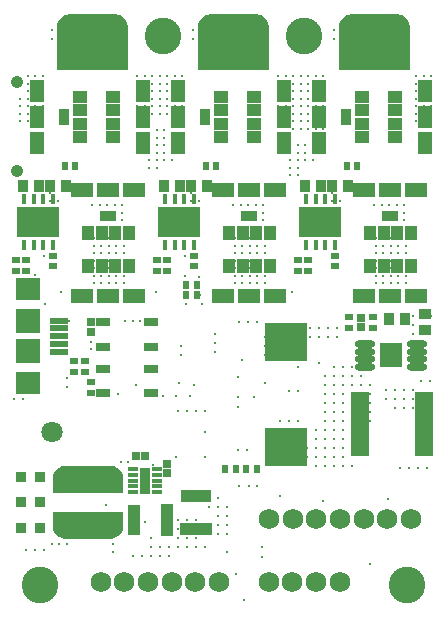
<source format=gts>
G04 Layer_Color=8388736*
%FSAX25Y25*%
%MOIN*%
G70*
G01*
G75*
%ADD45C,0.12205*%
%ADD48C,0.07087*%
%ADD84R,0.02569X0.02647*%
%ADD85R,0.02765X0.02372*%
%ADD86R,0.02647X0.02569*%
%ADD87R,0.03356X0.04143*%
%ADD88R,0.02372X0.02765*%
%ADD89R,0.01781X0.03750*%
%ADD90R,0.13907X0.10246*%
%ADD91R,0.04931X0.07293*%
%ADD92R,0.03356X0.05718*%
%ADD93R,0.04931X0.03947*%
%ADD94R,0.07293X0.04931*%
%ADD95R,0.03947X0.04931*%
%ADD96R,0.05718X0.03356*%
%ADD97R,0.04537X0.03159*%
%ADD98R,0.03356X0.03750*%
%ADD99O,0.06702X0.02372*%
%ADD100R,0.07411X0.07883*%
%ADD101R,0.14379X0.12900*%
%ADD102R,0.04143X0.03356*%
%ADD103R,0.06112X0.21466*%
%ADD104R,0.10836X0.04340*%
%ADD105R,0.10443X0.04340*%
%ADD106R,0.04340X0.10836*%
%ADD107R,0.04340X0.10443*%
%ADD108R,0.03750X0.08789*%
%ADD109R,0.03356X0.01781*%
%ADD110R,0.08100X0.08100*%
%ADD111R,0.08100X0.07700*%
%ADD112R,0.06200X0.02000*%
G04:AMPARAMS|DCode=113|XSize=88.68mil|YSize=234.35mil|CornerRadius=44.34mil|HoleSize=0mil|Usage=FLASHONLY|Rotation=270.000|XOffset=0mil|YOffset=0mil|HoleType=Round|Shape=RoundedRectangle|*
%AMROUNDEDRECTD113*
21,1,0.08868,0.14567,0,0,270.0*
21,1,0.00000,0.23435,0,0,270.0*
1,1,0.08868,-0.07284,0.00000*
1,1,0.08868,-0.07284,0.00000*
1,1,0.08868,0.07284,0.00000*
1,1,0.08868,0.07284,0.00000*
%
%ADD113ROUNDEDRECTD113*%
%ADD114C,0.04143*%
%ADD115C,0.06900*%
%ADD116C,0.01200*%
G36*
X0561680Y0260612D02*
D01*
X0561680D01*
X0562067Y0260612D01*
X0562073Y0260611D01*
X0562079Y0260612D01*
X0562097Y0260610D01*
X0562114Y0260608D01*
X0562120Y0260607D01*
X0562126Y0260606D01*
X0562887Y0260455D01*
X0562892Y0260453D01*
X0562898Y0260452D01*
X0562915Y0260447D01*
X0562932Y0260442D01*
X0562937Y0260439D01*
X0562943Y0260438D01*
X0563659Y0260141D01*
X0563665Y0260138D01*
X0563670Y0260136D01*
X0563686Y0260127D01*
X0563702Y0260119D01*
X0563706Y0260116D01*
X0563712Y0260113D01*
X0564356Y0259682D01*
X0564361Y0259679D01*
X0564366Y0259675D01*
X0564379Y0259664D01*
X0564393Y0259653D01*
X0564397Y0259649D01*
X0564402Y0259645D01*
X0564950Y0259096D01*
X0564954Y0259092D01*
X0564958Y0259088D01*
X0564969Y0259074D01*
X0564981Y0259061D01*
X0564984Y0259055D01*
X0564988Y0259051D01*
X0565418Y0258406D01*
X0565421Y0258401D01*
X0565425Y0258396D01*
X0565433Y0258380D01*
X0565442Y0258365D01*
X0565444Y0258359D01*
X0565446Y0258354D01*
X0565743Y0257638D01*
X0565745Y0257632D01*
X0565747Y0257627D01*
X0565752Y0257610D01*
X0565758Y0257593D01*
X0565759Y0257587D01*
X0565760Y0257581D01*
X0565911Y0256821D01*
X0565912Y0256815D01*
X0565913Y0256809D01*
X0565915Y0256791D01*
X0565917Y0256774D01*
X0565917Y0256768D01*
X0565917Y0256762D01*
Y0256377D01*
X0565917Y0256377D01*
X0565917Y0256376D01*
Y0256375D01*
X0565917Y0256374D01*
X0565917Y0252043D01*
X0565913Y0251996D01*
X0565903Y0251950D01*
X0565884Y0251907D01*
X0565860Y0251866D01*
X0565829Y0251831D01*
X0565793Y0251800D01*
X0565753Y0251775D01*
X0565709Y0251757D01*
X0565663Y0251746D01*
X0565616Y0251742D01*
X0542782D01*
X0542782D01*
D01*
X0542735Y0251746D01*
X0542689Y0251757D01*
X0542671Y0251765D01*
X0542645Y0251775D01*
X0542605Y0251800D01*
X0542569Y0251831D01*
Y0251831D01*
X0542569D01*
X0542538Y0251866D01*
X0542514Y0251907D01*
X0542503Y0251932D01*
X0542496Y0251950D01*
X0542485Y0251996D01*
X0542481Y0252043D01*
Y0252043D01*
D01*
X0542481Y0256374D01*
X0542481Y0256762D01*
X0542482Y0256768D01*
X0542481Y0256773D01*
X0542483Y0256791D01*
X0542485Y0256809D01*
X0542486Y0256814D01*
X0542487Y0256820D01*
X0542638Y0257581D01*
X0542640Y0257587D01*
X0542641Y0257593D01*
X0542646Y0257609D01*
X0542651Y0257626D01*
X0542653Y0257632D01*
X0542655Y0257637D01*
X0542952Y0258354D01*
X0542955Y0258359D01*
X0542957Y0258365D01*
X0542965Y0258380D01*
X0542973Y0258396D01*
X0542977Y0258401D01*
X0542980Y0258406D01*
X0543410Y0259051D01*
X0543414Y0259055D01*
X0543417Y0259060D01*
X0543429Y0259074D01*
X0543440Y0259088D01*
X0543444Y0259092D01*
X0543448Y0259096D01*
X0543996Y0259645D01*
X0544001Y0259648D01*
X0544005Y0259653D01*
X0544019Y0259664D01*
X0544032Y0259675D01*
X0544037Y0259679D01*
X0544042Y0259682D01*
X0544687Y0260113D01*
X0544692Y0260116D01*
X0544697Y0260119D01*
X0544712Y0260127D01*
X0544728Y0260136D01*
X0544733Y0260138D01*
X0544739Y0260141D01*
X0545455Y0260438D01*
X0545461Y0260439D01*
X0545466Y0260442D01*
X0545483Y0260447D01*
X0545500Y0260452D01*
X0545506Y0260453D01*
X0545512Y0260455D01*
X0546272Y0260606D01*
X0546278Y0260607D01*
X0546284Y0260608D01*
X0546302Y0260610D01*
X0546319Y0260612D01*
X0546325Y0260611D01*
X0546331Y0260612D01*
X0546718Y0260612D01*
X0546719Y0260612D01*
X0561680Y0260612D01*
D02*
G37*
G36*
X0565627Y0245257D02*
X0565663Y0245254D01*
X0565709Y0245243D01*
X0565709Y0245243D01*
X0565709D01*
X0565753Y0245225D01*
X0565787Y0245204D01*
X0565793Y0245200D01*
X0565793Y0245200D01*
X0565793Y0245200D01*
X0565817Y0245180D01*
X0565829Y0245169D01*
X0565829Y0245169D01*
X0565829Y0245169D01*
X0565839Y0245157D01*
X0565860Y0245134D01*
X0565860Y0245134D01*
X0565860Y0245134D01*
X0565864Y0245127D01*
X0565884Y0245093D01*
X0565902Y0245050D01*
Y0245050D01*
X0565902Y0245050D01*
X0565913Y0245004D01*
X0565916Y0244968D01*
X0565917Y0244957D01*
X0565918Y0240626D01*
X0565917Y0240626D01*
X0565918Y0240625D01*
X0565917Y0240238D01*
X0565917Y0240232D01*
X0565917Y0240226D01*
X0565915Y0240208D01*
X0565914Y0240191D01*
X0565912Y0240185D01*
X0565912Y0240179D01*
X0565760Y0239418D01*
X0565759Y0239413D01*
X0565758Y0239407D01*
X0565752Y0239390D01*
X0565747Y0239373D01*
X0565745Y0239368D01*
X0565743Y0239362D01*
X0565446Y0238646D01*
X0565444Y0238640D01*
X0565442Y0238635D01*
X0565433Y0238619D01*
X0565425Y0238603D01*
X0565421Y0238599D01*
X0565418Y0238594D01*
X0564988Y0237949D01*
X0564984Y0237944D01*
X0564981Y0237939D01*
X0564969Y0237926D01*
X0564958Y0237912D01*
X0564954Y0237908D01*
X0564950Y0237903D01*
X0564402Y0237355D01*
X0564397Y0237351D01*
X0564393Y0237347D01*
X0564379Y0237336D01*
X0564366Y0237324D01*
X0564361Y0237321D01*
X0564356Y0237317D01*
X0563711Y0236887D01*
X0563706Y0236884D01*
X0563701Y0236880D01*
X0563686Y0236872D01*
X0563670Y0236864D01*
X0563664Y0236861D01*
X0563659Y0236859D01*
X0562943Y0236562D01*
X0562937Y0236560D01*
X0562932Y0236558D01*
X0562915Y0236553D01*
X0562898Y0236547D01*
X0562892Y0236547D01*
X0562886Y0236545D01*
X0562126Y0236394D01*
X0562120Y0236393D01*
X0562114Y0236392D01*
X0562096Y0236390D01*
X0562079Y0236388D01*
X0562073Y0236388D01*
X0562067Y0236388D01*
X0561679D01*
X0546719Y0236388D01*
X0546719Y0236388D01*
X0546331Y0236388D01*
X0546325Y0236388D01*
X0546319Y0236388D01*
X0546302Y0236390D01*
X0546284Y0236392D01*
X0546278Y0236393D01*
X0546273Y0236394D01*
X0545512Y0236545D01*
X0545506Y0236547D01*
X0545500Y0236548D01*
X0545483Y0236553D01*
X0545466Y0236558D01*
X0545461Y0236560D01*
X0545455Y0236562D01*
X0544739Y0236859D01*
X0544734Y0236862D01*
X0544728Y0236864D01*
X0544713Y0236872D01*
X0544697Y0236880D01*
X0544692Y0236884D01*
X0544687Y0236887D01*
X0544042Y0237318D01*
X0544037Y0237321D01*
X0544032Y0237324D01*
X0544019Y0237336D01*
X0544005Y0237347D01*
X0544001Y0237351D01*
X0543996Y0237355D01*
X0543448Y0237903D01*
X0543444Y0237908D01*
X0543440Y0237912D01*
X0543429Y0237926D01*
X0543417Y0237939D01*
X0543414Y0237945D01*
X0543411Y0237949D01*
X0542980Y0238594D01*
X0542977Y0238599D01*
X0542973Y0238604D01*
X0542965Y0238620D01*
X0542957Y0238635D01*
X0542955Y0238641D01*
X0542952Y0238646D01*
X0542655Y0239362D01*
X0542653Y0239368D01*
X0542651Y0239373D01*
X0542646Y0239390D01*
X0542640Y0239407D01*
X0542639Y0239413D01*
X0542638Y0239419D01*
X0542487Y0240179D01*
X0542486Y0240185D01*
X0542485Y0240191D01*
X0542483Y0240209D01*
X0542481Y0240226D01*
X0542481Y0240232D01*
X0542481Y0240238D01*
X0542481Y0240626D01*
D01*
Y0240626D01*
X0542481Y0244957D01*
Y0244957D01*
D01*
X0542484Y0245004D01*
X0542495Y0245050D01*
X0542513Y0245093D01*
X0542528Y0245118D01*
X0542538Y0245134D01*
X0542569Y0245169D01*
X0542569D01*
Y0245169D01*
X0542605Y0245200D01*
X0542620Y0245210D01*
X0542645Y0245225D01*
X0542689Y0245243D01*
X0542734Y0245254D01*
X0542781Y0245258D01*
X0542781D01*
D01*
X0565616D01*
X0565627Y0245257D01*
D02*
G37*
G36*
X0563200Y0411301D02*
X0563593Y0411301D01*
X0563599Y0411300D01*
X0563605Y0411301D01*
X0563622Y0411299D01*
X0563640Y0411297D01*
X0563646Y0411296D01*
X0563652Y0411295D01*
X0564425Y0411141D01*
X0564430Y0411140D01*
X0564436Y0411139D01*
X0564453Y0411133D01*
X0564470Y0411129D01*
X0564475Y0411126D01*
X0564481Y0411124D01*
X0565209Y0410823D01*
X0565214Y0410820D01*
X0565220Y0410818D01*
X0565235Y0410809D01*
X0565251Y0410801D01*
X0565256Y0410798D01*
X0565261Y0410795D01*
X0565916Y0410357D01*
X0565921Y0410354D01*
X0565926Y0410351D01*
X0565939Y0410339D01*
X0565953Y0410328D01*
X0565957Y0410324D01*
X0565962Y0410320D01*
X0566519Y0409763D01*
X0566523Y0409758D01*
X0566527Y0409754D01*
X0566538Y0409740D01*
X0566550Y0409727D01*
X0566553Y0409722D01*
X0566556Y0409717D01*
X0566994Y0409062D01*
X0566997Y0409057D01*
X0567000Y0409052D01*
X0567008Y0409036D01*
X0567017Y0409021D01*
X0567019Y0409015D01*
X0567022Y0409010D01*
X0567323Y0408282D01*
X0567325Y0408276D01*
X0567328Y0408271D01*
X0567333Y0408254D01*
X0567338Y0408237D01*
X0567339Y0408231D01*
X0567341Y0408225D01*
X0567494Y0407453D01*
X0567495Y0407447D01*
X0567496Y0407441D01*
X0567498Y0407423D01*
X0567500Y0407406D01*
X0567500Y0407400D01*
X0567500Y0407394D01*
Y0407000D01*
X0567500Y0393000D01*
X0567496Y0392953D01*
X0567485Y0392907D01*
X0567467Y0392863D01*
X0567443Y0392823D01*
X0567412Y0392787D01*
X0567376Y0392757D01*
X0567336Y0392732D01*
X0567292Y0392714D01*
X0567246Y0392703D01*
X0567199Y0392699D01*
X0544199D01*
X0544152Y0392703D01*
X0544106Y0392714D01*
X0544063Y0392732D01*
X0544022Y0392757D01*
X0543986Y0392787D01*
X0543956Y0392823D01*
X0543931Y0392863D01*
X0543913Y0392907D01*
X0543902Y0392953D01*
X0543898Y0393000D01*
X0543898Y0407000D01*
X0543898Y0407394D01*
X0543899Y0407400D01*
X0543898Y0407406D01*
X0543900Y0407423D01*
X0543902Y0407441D01*
X0543903Y0407447D01*
X0543904Y0407453D01*
X0544058Y0408225D01*
X0544059Y0408231D01*
X0544060Y0408237D01*
X0544066Y0408254D01*
X0544070Y0408271D01*
X0544073Y0408276D01*
X0544075Y0408282D01*
X0544376Y0409010D01*
X0544379Y0409015D01*
X0544381Y0409021D01*
X0544390Y0409036D01*
X0544398Y0409052D01*
X0544401Y0409057D01*
X0544404Y0409062D01*
X0544842Y0409717D01*
X0544845Y0409722D01*
X0544849Y0409727D01*
X0544860Y0409740D01*
X0544871Y0409754D01*
X0544875Y0409758D01*
X0544879Y0409763D01*
X0545436Y0410320D01*
X0545441Y0410324D01*
X0545445Y0410328D01*
X0545459Y0410339D01*
X0545472Y0410351D01*
X0545477Y0410354D01*
X0545482Y0410357D01*
X0546137Y0410795D01*
X0546142Y0410798D01*
X0546147Y0410801D01*
X0546163Y0410809D01*
X0546178Y0410818D01*
X0546184Y0410820D01*
X0546189Y0410823D01*
X0546917Y0411124D01*
X0546923Y0411126D01*
X0546928Y0411129D01*
X0546945Y0411133D01*
X0546962Y0411139D01*
X0546968Y0411140D01*
X0546974Y0411141D01*
X0547746Y0411295D01*
X0547752Y0411296D01*
X0547758Y0411297D01*
X0547776Y0411299D01*
X0547793Y0411301D01*
X0547799Y0411301D01*
X0547805Y0411301D01*
X0548199Y0411301D01*
X0563199Y0411301D01*
X0563200Y0411301D01*
D02*
G37*
G36*
X0657200D02*
X0657593Y0411301D01*
X0657599Y0411300D01*
X0657605Y0411301D01*
X0657622Y0411299D01*
X0657640Y0411297D01*
X0657646Y0411296D01*
X0657652Y0411295D01*
X0658425Y0411141D01*
X0658430Y0411140D01*
X0658436Y0411139D01*
X0658453Y0411133D01*
X0658470Y0411129D01*
X0658475Y0411126D01*
X0658481Y0411124D01*
X0659209Y0410823D01*
X0659214Y0410820D01*
X0659220Y0410818D01*
X0659235Y0410809D01*
X0659251Y0410801D01*
X0659256Y0410798D01*
X0659261Y0410795D01*
X0659916Y0410357D01*
X0659921Y0410354D01*
X0659926Y0410351D01*
X0659939Y0410339D01*
X0659953Y0410328D01*
X0659957Y0410324D01*
X0659962Y0410320D01*
X0660519Y0409763D01*
X0660523Y0409758D01*
X0660527Y0409754D01*
X0660538Y0409740D01*
X0660550Y0409727D01*
X0660553Y0409722D01*
X0660556Y0409717D01*
X0660994Y0409062D01*
X0660997Y0409057D01*
X0661000Y0409052D01*
X0661009Y0409036D01*
X0661017Y0409021D01*
X0661019Y0409015D01*
X0661022Y0409010D01*
X0661323Y0408282D01*
X0661325Y0408276D01*
X0661328Y0408271D01*
X0661333Y0408254D01*
X0661338Y0408237D01*
X0661339Y0408231D01*
X0661341Y0408225D01*
X0661494Y0407453D01*
X0661495Y0407447D01*
X0661496Y0407441D01*
X0661498Y0407423D01*
X0661500Y0407406D01*
X0661500Y0407400D01*
X0661500Y0407394D01*
Y0407000D01*
X0661500Y0393000D01*
X0661496Y0392953D01*
X0661485Y0392907D01*
X0661467Y0392863D01*
X0661443Y0392823D01*
X0661412Y0392787D01*
X0661376Y0392757D01*
X0661336Y0392732D01*
X0661292Y0392714D01*
X0661246Y0392703D01*
X0661199Y0392699D01*
X0638199D01*
X0638152Y0392703D01*
X0638106Y0392714D01*
X0638062Y0392732D01*
X0638022Y0392757D01*
X0637986Y0392787D01*
X0637956Y0392823D01*
X0637931Y0392863D01*
X0637913Y0392907D01*
X0637902Y0392953D01*
X0637898Y0393000D01*
X0637898Y0407000D01*
X0637898Y0407394D01*
X0637899Y0407400D01*
X0637898Y0407406D01*
X0637900Y0407423D01*
X0637902Y0407441D01*
X0637903Y0407447D01*
X0637904Y0407453D01*
X0638058Y0408225D01*
X0638059Y0408231D01*
X0638060Y0408237D01*
X0638066Y0408254D01*
X0638070Y0408271D01*
X0638073Y0408276D01*
X0638075Y0408282D01*
X0638376Y0409010D01*
X0638379Y0409015D01*
X0638381Y0409021D01*
X0638390Y0409036D01*
X0638398Y0409052D01*
X0638401Y0409057D01*
X0638404Y0409062D01*
X0638842Y0409717D01*
X0638845Y0409722D01*
X0638849Y0409727D01*
X0638860Y0409740D01*
X0638871Y0409754D01*
X0638875Y0409758D01*
X0638879Y0409763D01*
X0639436Y0410320D01*
X0639441Y0410324D01*
X0639445Y0410328D01*
X0639459Y0410339D01*
X0639472Y0410351D01*
X0639477Y0410354D01*
X0639482Y0410357D01*
X0640137Y0410795D01*
X0640142Y0410798D01*
X0640147Y0410801D01*
X0640163Y0410809D01*
X0640178Y0410818D01*
X0640184Y0410820D01*
X0640189Y0410823D01*
X0640917Y0411124D01*
X0640923Y0411126D01*
X0640928Y0411129D01*
X0640945Y0411133D01*
X0640962Y0411139D01*
X0640968Y0411140D01*
X0640974Y0411141D01*
X0641746Y0411295D01*
X0641752Y0411296D01*
X0641758Y0411297D01*
X0641776Y0411299D01*
X0641793Y0411301D01*
X0641799Y0411301D01*
X0641805Y0411301D01*
X0642199Y0411301D01*
X0657199Y0411301D01*
X0657200Y0411301D01*
D02*
G37*
G36*
X0610200D02*
X0610593Y0411301D01*
X0610599Y0411300D01*
X0610605Y0411301D01*
X0610622Y0411299D01*
X0610640Y0411297D01*
X0610646Y0411296D01*
X0610652Y0411295D01*
X0611425Y0411141D01*
X0611430Y0411140D01*
X0611436Y0411139D01*
X0611453Y0411133D01*
X0611470Y0411129D01*
X0611476Y0411126D01*
X0611481Y0411124D01*
X0612209Y0410823D01*
X0612214Y0410820D01*
X0612220Y0410818D01*
X0612235Y0410809D01*
X0612251Y0410801D01*
X0612256Y0410798D01*
X0612261Y0410795D01*
X0612916Y0410357D01*
X0612921Y0410354D01*
X0612926Y0410351D01*
X0612939Y0410339D01*
X0612953Y0410328D01*
X0612957Y0410324D01*
X0612962Y0410320D01*
X0613519Y0409763D01*
X0613523Y0409758D01*
X0613527Y0409754D01*
X0613538Y0409740D01*
X0613550Y0409727D01*
X0613553Y0409722D01*
X0613556Y0409717D01*
X0613994Y0409062D01*
X0613997Y0409057D01*
X0614000Y0409052D01*
X0614009Y0409036D01*
X0614017Y0409021D01*
X0614019Y0409015D01*
X0614022Y0409010D01*
X0614323Y0408282D01*
X0614325Y0408276D01*
X0614328Y0408271D01*
X0614332Y0408254D01*
X0614338Y0408237D01*
X0614339Y0408231D01*
X0614340Y0408225D01*
X0614494Y0407453D01*
X0614495Y0407447D01*
X0614496Y0407441D01*
X0614498Y0407423D01*
X0614500Y0407406D01*
X0614500Y0407400D01*
X0614500Y0407394D01*
Y0407000D01*
X0614500Y0393000D01*
X0614496Y0392953D01*
X0614485Y0392907D01*
X0614467Y0392863D01*
X0614443Y0392823D01*
X0614412Y0392787D01*
X0614376Y0392757D01*
X0614336Y0392732D01*
X0614292Y0392714D01*
X0614246Y0392703D01*
X0614199Y0392699D01*
X0591199D01*
X0591152Y0392703D01*
X0591106Y0392714D01*
X0591062Y0392732D01*
X0591022Y0392757D01*
X0590986Y0392787D01*
X0590956Y0392823D01*
X0590931Y0392863D01*
X0590913Y0392907D01*
X0590902Y0392953D01*
X0590898Y0393000D01*
X0590898Y0407000D01*
X0590898Y0407394D01*
X0590899Y0407400D01*
X0590898Y0407406D01*
X0590901Y0407423D01*
X0590902Y0407441D01*
X0590903Y0407447D01*
X0590904Y0407453D01*
X0591058Y0408225D01*
X0591059Y0408231D01*
X0591060Y0408237D01*
X0591066Y0408254D01*
X0591071Y0408271D01*
X0591073Y0408276D01*
X0591075Y0408282D01*
X0591376Y0409010D01*
X0591379Y0409015D01*
X0591381Y0409021D01*
X0591390Y0409036D01*
X0591398Y0409052D01*
X0591401Y0409057D01*
X0591404Y0409062D01*
X0591842Y0409717D01*
X0591846Y0409722D01*
X0591849Y0409727D01*
X0591860Y0409740D01*
X0591871Y0409754D01*
X0591876Y0409758D01*
X0591879Y0409763D01*
X0592436Y0410320D01*
X0592441Y0410324D01*
X0592445Y0410328D01*
X0592459Y0410339D01*
X0592472Y0410351D01*
X0592477Y0410354D01*
X0592482Y0410357D01*
X0593137Y0410795D01*
X0593142Y0410798D01*
X0593147Y0410801D01*
X0593163Y0410809D01*
X0593178Y0410818D01*
X0593184Y0410820D01*
X0593189Y0410823D01*
X0593917Y0411124D01*
X0593923Y0411126D01*
X0593928Y0411129D01*
X0593945Y0411133D01*
X0593962Y0411139D01*
X0593968Y0411140D01*
X0593974Y0411141D01*
X0594746Y0411295D01*
X0594752Y0411296D01*
X0594758Y0411297D01*
X0594776Y0411299D01*
X0594793Y0411301D01*
X0594799Y0411301D01*
X0594805Y0411301D01*
X0595199Y0411301D01*
X0610199Y0411301D01*
X0610200Y0411301D01*
D02*
G37*
D45*
X0579199Y0404000D02*
D03*
X0626199D02*
D03*
X0660699Y0221000D02*
D03*
X0538199D02*
D03*
D48*
X0542239Y0271970D02*
D03*
D84*
X0573313Y0264000D02*
D03*
X0570085D02*
D03*
D85*
X0649199Y0310272D02*
D03*
Y0306728D02*
D03*
X0641199Y0310272D02*
D03*
Y0306728D02*
D03*
X0636699Y0330772D02*
D03*
Y0327228D02*
D03*
X0589699D02*
D03*
Y0330772D02*
D03*
X0542699D02*
D03*
Y0327228D02*
D03*
X0555199Y0284957D02*
D03*
Y0288500D02*
D03*
X0549699Y0295500D02*
D03*
Y0291957D02*
D03*
X0553199D02*
D03*
Y0295500D02*
D03*
X0533699Y0329272D02*
D03*
Y0325728D02*
D03*
X0580699D02*
D03*
Y0329272D02*
D03*
X0627699D02*
D03*
Y0325728D02*
D03*
X0530199Y0329272D02*
D03*
Y0325728D02*
D03*
X0577199D02*
D03*
Y0329272D02*
D03*
X0624199D02*
D03*
Y0325728D02*
D03*
D86*
X0645199Y0306886D02*
D03*
Y0310114D02*
D03*
X0580699Y0261415D02*
D03*
Y0258187D02*
D03*
X0555199Y0305386D02*
D03*
Y0308614D02*
D03*
D87*
X0654443Y0309500D02*
D03*
X0659955D02*
D03*
X0626443Y0354000D02*
D03*
X0631955D02*
D03*
X0579443D02*
D03*
X0584955D02*
D03*
X0532443D02*
D03*
X0537955D02*
D03*
X0546955D02*
D03*
X0541443D02*
D03*
X0593955D02*
D03*
X0588443D02*
D03*
X0640955D02*
D03*
X0635443D02*
D03*
D88*
X0643971Y0360500D02*
D03*
X0640427D02*
D03*
X0593428D02*
D03*
X0596971D02*
D03*
X0549971D02*
D03*
X0546427D02*
D03*
X0610471Y0259500D02*
D03*
X0606927D02*
D03*
X0603471D02*
D03*
X0599928D02*
D03*
X0586928Y0321000D02*
D03*
X0590471D02*
D03*
X0586928Y0317500D02*
D03*
X0590471D02*
D03*
D89*
X0589424Y0349776D02*
D03*
X0586274D02*
D03*
X0583124D02*
D03*
X0579975D02*
D03*
X0589424Y0334224D02*
D03*
X0586274D02*
D03*
X0583124D02*
D03*
X0579975D02*
D03*
X0532975D02*
D03*
X0536124D02*
D03*
X0539274D02*
D03*
X0542423D02*
D03*
X0532975Y0349776D02*
D03*
X0536124D02*
D03*
X0539274D02*
D03*
X0542423D02*
D03*
X0626975Y0334224D02*
D03*
X0630124D02*
D03*
X0633274D02*
D03*
X0636423D02*
D03*
X0626975Y0349776D02*
D03*
X0630124D02*
D03*
X0633274D02*
D03*
X0636423D02*
D03*
D90*
X0584699Y0342000D02*
D03*
X0537699D02*
D03*
X0631699D02*
D03*
D91*
X0631284Y0385661D02*
D03*
Y0377000D02*
D03*
Y0368339D02*
D03*
X0666716D02*
D03*
Y0377000D02*
D03*
Y0385661D02*
D03*
X0537284D02*
D03*
Y0377000D02*
D03*
Y0368339D02*
D03*
X0572717D02*
D03*
Y0377000D02*
D03*
Y0385661D02*
D03*
X0619717D02*
D03*
Y0377000D02*
D03*
Y0368339D02*
D03*
X0584283D02*
D03*
Y0377000D02*
D03*
Y0385661D02*
D03*
D92*
X0640142Y0377000D02*
D03*
X0546142D02*
D03*
X0593142D02*
D03*
D93*
X0645653Y0370209D02*
D03*
Y0374736D02*
D03*
Y0379264D02*
D03*
Y0383791D02*
D03*
X0656677D02*
D03*
Y0379264D02*
D03*
Y0374736D02*
D03*
Y0370209D02*
D03*
X0551653D02*
D03*
Y0374736D02*
D03*
Y0379264D02*
D03*
Y0383791D02*
D03*
X0562677D02*
D03*
Y0379264D02*
D03*
Y0374736D02*
D03*
Y0370209D02*
D03*
X0609677D02*
D03*
Y0374736D02*
D03*
Y0379264D02*
D03*
Y0383791D02*
D03*
X0598654D02*
D03*
Y0379264D02*
D03*
Y0374736D02*
D03*
Y0370209D02*
D03*
D94*
X0569661Y0317284D02*
D03*
X0561000D02*
D03*
X0552339D02*
D03*
Y0352716D02*
D03*
X0561000D02*
D03*
X0569661D02*
D03*
X0616661D02*
D03*
X0608000D02*
D03*
X0599339D02*
D03*
Y0317284D02*
D03*
X0608000D02*
D03*
X0616661D02*
D03*
X0663661D02*
D03*
X0655000D02*
D03*
X0646339D02*
D03*
Y0352716D02*
D03*
X0655000D02*
D03*
X0663661D02*
D03*
D95*
X0554209Y0327323D02*
D03*
X0558736D02*
D03*
X0563264D02*
D03*
X0567791D02*
D03*
Y0338347D02*
D03*
X0563264D02*
D03*
X0558736D02*
D03*
X0554209D02*
D03*
X0601209D02*
D03*
X0605736D02*
D03*
X0610264D02*
D03*
X0614791D02*
D03*
Y0327323D02*
D03*
X0610264D02*
D03*
X0605736D02*
D03*
X0601209D02*
D03*
X0648209D02*
D03*
X0652736D02*
D03*
X0657264D02*
D03*
X0661791D02*
D03*
Y0338347D02*
D03*
X0657264D02*
D03*
X0652736D02*
D03*
X0648209D02*
D03*
D96*
X0561000Y0343858D02*
D03*
X0608000D02*
D03*
X0655000D02*
D03*
D97*
X0575270Y0300366D02*
D03*
Y0308634D02*
D03*
X0559128Y0300366D02*
D03*
Y0308634D02*
D03*
X0575270Y0284866D02*
D03*
Y0293134D02*
D03*
X0559128Y0284866D02*
D03*
Y0293134D02*
D03*
D98*
X0532050Y0240000D02*
D03*
X0538349D02*
D03*
X0532050Y0257000D02*
D03*
X0538349D02*
D03*
X0532050Y0248500D02*
D03*
X0538349D02*
D03*
D99*
X0663762Y0293661D02*
D03*
Y0296220D02*
D03*
Y0298780D02*
D03*
Y0301339D02*
D03*
X0646636Y0293661D02*
D03*
Y0296220D02*
D03*
Y0298780D02*
D03*
Y0301339D02*
D03*
D100*
X0655199Y0297500D02*
D03*
D101*
X0620349Y0266900D02*
D03*
Y0302100D02*
D03*
D102*
X0666699Y0305894D02*
D03*
Y0311405D02*
D03*
D103*
X0666280Y0274500D02*
D03*
X0645020D02*
D03*
D104*
X0590199Y0239500D02*
D03*
D105*
Y0250524D02*
D03*
D106*
X0580711Y0242801D02*
D03*
D107*
X0569687D02*
D03*
D108*
X0573199Y0255801D02*
D03*
D109*
X0577097Y0251864D02*
D03*
X0569302D02*
D03*
Y0253832D02*
D03*
Y0255801D02*
D03*
Y0257769D02*
D03*
Y0259738D02*
D03*
X0577097D02*
D03*
Y0257769D02*
D03*
Y0255801D02*
D03*
Y0253832D02*
D03*
D110*
X0534199Y0299000D02*
D03*
Y0309000D02*
D03*
D111*
Y0288200D02*
D03*
Y0319748D02*
D03*
D112*
X0544699Y0301400D02*
D03*
Y0304000D02*
D03*
Y0306559D02*
D03*
Y0298800D02*
D03*
Y0309118D02*
D03*
D113*
X0554199Y0256177D02*
D03*
Y0240823D02*
D03*
D114*
X0530499Y0359000D02*
D03*
Y0388528D02*
D03*
D115*
X0661821Y0243000D02*
D03*
X0646125D02*
D03*
X0638225D02*
D03*
X0630325D02*
D03*
X0622451D02*
D03*
X0614577D02*
D03*
X0653947D02*
D03*
X0597936Y0222000D02*
D03*
X0590062D02*
D03*
X0582162D02*
D03*
X0574262D02*
D03*
X0566388D02*
D03*
X0558514D02*
D03*
X0638099D02*
D03*
X0630199D02*
D03*
X0622325D02*
D03*
X0614451D02*
D03*
D116*
X0554199Y0403000D02*
D03*
Y0406000D02*
D03*
X0601199Y0403000D02*
D03*
Y0406000D02*
D03*
X0648199Y0403000D02*
D03*
Y0406000D02*
D03*
X0636199D02*
D03*
Y0403000D02*
D03*
X0589199Y0406000D02*
D03*
Y0403000D02*
D03*
X0542199D02*
D03*
Y0406000D02*
D03*
X0590199Y0279000D02*
D03*
X0587199D02*
D03*
X0584199D02*
D03*
X0584592Y0288200D02*
D03*
X0583699Y0284000D02*
D03*
X0579199D02*
D03*
X0589699Y0287500D02*
D03*
X0592199Y0314500D02*
D03*
X0588199Y0284000D02*
D03*
X0570165Y0287534D02*
D03*
X0571699Y0309000D02*
D03*
X0569199D02*
D03*
X0566699D02*
D03*
X0555199Y0288500D02*
D03*
Y0299500D02*
D03*
Y0302000D02*
D03*
Y0304500D02*
D03*
X0586813Y0314500D02*
D03*
X0539813D02*
D03*
X0612199Y0233614D02*
D03*
Y0230386D02*
D03*
X0557664Y0292500D02*
D03*
X0575699Y0300614D02*
D03*
X0604199Y0283689D02*
D03*
Y0280461D02*
D03*
X0607313Y0266000D02*
D03*
X0604085D02*
D03*
X0607813Y0254000D02*
D03*
X0604585D02*
D03*
X0593199Y0279000D02*
D03*
X0665199Y0288900D02*
D03*
X0648199Y0228000D02*
D03*
X0542199Y0234500D02*
D03*
X0544699D02*
D03*
X0547199D02*
D03*
X0632699Y0249000D02*
D03*
X0618199Y0250500D02*
D03*
X0539699Y0232500D02*
D03*
X0536699D02*
D03*
X0533699D02*
D03*
X0654199Y0249500D02*
D03*
X0606199Y0216000D02*
D03*
X0597699Y0238000D02*
D03*
X0600699Y0241000D02*
D03*
X0597699D02*
D03*
X0600699Y0244000D02*
D03*
X0597699D02*
D03*
X0610699Y0259500D02*
D03*
X0667199Y0260000D02*
D03*
X0664199D02*
D03*
X0661199D02*
D03*
X0658199D02*
D03*
X0648199Y0275500D02*
D03*
Y0278500D02*
D03*
Y0281500D02*
D03*
Y0284500D02*
D03*
Y0287500D02*
D03*
X0645199Y0278500D02*
D03*
Y0275500D02*
D03*
Y0281500D02*
D03*
X0630199Y0260500D02*
D03*
Y0263500D02*
D03*
Y0266500D02*
D03*
Y0269500D02*
D03*
Y0272500D02*
D03*
X0642199Y0275500D02*
D03*
X0667199Y0280000D02*
D03*
X0656699D02*
D03*
X0659699D02*
D03*
X0662699D02*
D03*
Y0283000D02*
D03*
Y0286000D02*
D03*
X0659699D02*
D03*
Y0283000D02*
D03*
X0656699Y0286000D02*
D03*
Y0283000D02*
D03*
X0653699D02*
D03*
Y0286000D02*
D03*
X0668364Y0288840D02*
D03*
X0597699Y0250000D02*
D03*
X0594699D02*
D03*
X0597699Y0247000D02*
D03*
X0600699D02*
D03*
X0593199Y0233500D02*
D03*
X0537199Y0248500D02*
D03*
X0576066Y0260866D02*
D03*
X0583699Y0263500D02*
D03*
X0591699Y0317500D02*
D03*
X0586699Y0324000D02*
D03*
X0547199Y0290000D02*
D03*
Y0287000D02*
D03*
X0564199Y0284500D02*
D03*
X0530699Y0329500D02*
D03*
X0531199Y0248228D02*
D03*
Y0256728D02*
D03*
Y0239728D02*
D03*
X0532699Y0283000D02*
D03*
X0529699D02*
D03*
X0607699Y0308500D02*
D03*
X0604699D02*
D03*
X0622199Y0306500D02*
D03*
X0545199Y0318500D02*
D03*
X0545286Y0308913D02*
D03*
X0547786Y0308913D02*
D03*
X0534199Y0307000D02*
D03*
X0576928Y0318728D02*
D03*
X0536699Y0324300D02*
D03*
X0642199Y0281500D02*
D03*
Y0287500D02*
D03*
Y0284500D02*
D03*
X0593199Y0263500D02*
D03*
X0622199Y0318500D02*
D03*
X0650199Y0334000D02*
D03*
X0655199Y0331500D02*
D03*
Y0329000D02*
D03*
X0650199Y0326500D02*
D03*
X0657699D02*
D03*
Y0329000D02*
D03*
X0655199Y0326500D02*
D03*
Y0324000D02*
D03*
X0657699D02*
D03*
X0660199D02*
D03*
Y0326500D02*
D03*
Y0329000D02*
D03*
Y0321500D02*
D03*
X0657699D02*
D03*
X0655199D02*
D03*
X0652699D02*
D03*
Y0324000D02*
D03*
Y0326500D02*
D03*
Y0329000D02*
D03*
X0650199Y0324000D02*
D03*
Y0321500D02*
D03*
Y0329000D02*
D03*
Y0331500D02*
D03*
X0652699D02*
D03*
X0657699D02*
D03*
X0660199D02*
D03*
Y0334000D02*
D03*
X0657699D02*
D03*
X0655199D02*
D03*
X0652699D02*
D03*
X0660199Y0336500D02*
D03*
X0657699D02*
D03*
X0655199D02*
D03*
X0652699D02*
D03*
X0650199D02*
D03*
X0603199D02*
D03*
X0605699D02*
D03*
X0608199D02*
D03*
X0610699D02*
D03*
X0613199D02*
D03*
X0605699Y0334000D02*
D03*
X0608199D02*
D03*
X0610699D02*
D03*
X0613199D02*
D03*
Y0331500D02*
D03*
X0610699D02*
D03*
X0605699D02*
D03*
X0603199D02*
D03*
Y0329000D02*
D03*
Y0321500D02*
D03*
Y0324000D02*
D03*
X0605699Y0329000D02*
D03*
Y0326500D02*
D03*
Y0324000D02*
D03*
Y0321500D02*
D03*
X0608199D02*
D03*
X0610699D02*
D03*
X0613199D02*
D03*
Y0329000D02*
D03*
Y0326500D02*
D03*
Y0324000D02*
D03*
X0610699D02*
D03*
X0608199D02*
D03*
Y0326500D02*
D03*
X0610699Y0329000D02*
D03*
Y0326500D02*
D03*
X0603199D02*
D03*
X0608199Y0329000D02*
D03*
Y0331500D02*
D03*
X0603199Y0334000D02*
D03*
X0556199Y0336500D02*
D03*
X0558699D02*
D03*
X0561199D02*
D03*
X0563699D02*
D03*
X0566199D02*
D03*
X0558699Y0334000D02*
D03*
X0561199D02*
D03*
X0563699D02*
D03*
X0566199D02*
D03*
Y0331500D02*
D03*
X0563699D02*
D03*
X0558699D02*
D03*
X0556199D02*
D03*
Y0329000D02*
D03*
Y0321500D02*
D03*
Y0324000D02*
D03*
X0558699Y0329000D02*
D03*
Y0326500D02*
D03*
Y0324000D02*
D03*
Y0321500D02*
D03*
X0561199D02*
D03*
X0563699D02*
D03*
X0566199D02*
D03*
Y0329000D02*
D03*
Y0326500D02*
D03*
Y0324000D02*
D03*
X0563699D02*
D03*
X0561199D02*
D03*
Y0326500D02*
D03*
X0563699Y0329000D02*
D03*
Y0326500D02*
D03*
X0556199D02*
D03*
X0561199Y0329000D02*
D03*
Y0331500D02*
D03*
X0556199Y0334000D02*
D03*
X0668699Y0390500D02*
D03*
Y0388000D02*
D03*
X0666199Y0390500D02*
D03*
Y0388000D02*
D03*
X0668699Y0385500D02*
D03*
X0663699Y0388000D02*
D03*
X0666199Y0385500D02*
D03*
X0663699Y0390500D02*
D03*
Y0385500D02*
D03*
X0632699Y0390500D02*
D03*
Y0388000D02*
D03*
X0663699Y0383000D02*
D03*
X0632699Y0385500D02*
D03*
X0668699Y0383000D02*
D03*
Y0380500D02*
D03*
X0666199Y0383000D02*
D03*
Y0380500D02*
D03*
X0668699Y0378000D02*
D03*
Y0375500D02*
D03*
X0666199Y0378000D02*
D03*
Y0375500D02*
D03*
X0663699Y0380500D02*
D03*
X0632699Y0383000D02*
D03*
Y0380500D02*
D03*
X0663699Y0378000D02*
D03*
Y0375500D02*
D03*
X0632699Y0378000D02*
D03*
X0630199Y0390500D02*
D03*
Y0388000D02*
D03*
X0627699Y0390500D02*
D03*
Y0388000D02*
D03*
X0630199Y0385500D02*
D03*
Y0383000D02*
D03*
X0627699Y0385500D02*
D03*
Y0383000D02*
D03*
X0625199Y0390500D02*
D03*
Y0388000D02*
D03*
X0620199Y0390500D02*
D03*
X0622699D02*
D03*
Y0388000D02*
D03*
X0625199Y0385500D02*
D03*
X0620199D02*
D03*
X0622699D02*
D03*
X0627699Y0380500D02*
D03*
X0630199D02*
D03*
X0625199Y0383000D02*
D03*
Y0380500D02*
D03*
X0627699Y0378000D02*
D03*
X0630199D02*
D03*
X0625199D02*
D03*
Y0375500D02*
D03*
X0622699Y0383000D02*
D03*
Y0380500D02*
D03*
X0620199Y0383000D02*
D03*
Y0380500D02*
D03*
X0622699Y0378000D02*
D03*
Y0375500D02*
D03*
X0620199Y0378000D02*
D03*
X0668699Y0310500D02*
D03*
X0665699D02*
D03*
Y0301500D02*
D03*
X0632699Y0375500D02*
D03*
X0630199D02*
D03*
Y0373000D02*
D03*
X0632699D02*
D03*
X0627699Y0375500D02*
D03*
Y0373000D02*
D03*
X0620199Y0375500D02*
D03*
X0625199Y0373000D02*
D03*
X0622699D02*
D03*
X0662699Y0310500D02*
D03*
Y0307500D02*
D03*
Y0304500D02*
D03*
Y0301500D02*
D03*
X0617699Y0390500D02*
D03*
X0620199Y0388000D02*
D03*
X0585699Y0390500D02*
D03*
X0617699Y0388000D02*
D03*
X0585699D02*
D03*
Y0385500D02*
D03*
X0580699Y0390500D02*
D03*
X0583199D02*
D03*
X0575699D02*
D03*
X0578199D02*
D03*
X0580699Y0388000D02*
D03*
X0583199D02*
D03*
X0575699D02*
D03*
X0578199D02*
D03*
X0617699Y0385500D02*
D03*
Y0383000D02*
D03*
X0580699Y0385500D02*
D03*
X0583199D02*
D03*
X0585699Y0383000D02*
D03*
X0617699Y0380500D02*
D03*
X0583199Y0383000D02*
D03*
Y0380500D02*
D03*
X0578199Y0383000D02*
D03*
X0580699D02*
D03*
X0575699Y0385500D02*
D03*
X0578199D02*
D03*
X0575699Y0380500D02*
D03*
X0578199D02*
D03*
X0575699Y0383000D02*
D03*
X0570699Y0390500D02*
D03*
X0573199D02*
D03*
X0536699D02*
D03*
X0539199D02*
D03*
X0573199Y0388000D02*
D03*
X0539199D02*
D03*
X0570699D02*
D03*
X0534199Y0390500D02*
D03*
X0536699Y0388000D02*
D03*
X0534199D02*
D03*
X0570699Y0385500D02*
D03*
X0573199D02*
D03*
X0539199D02*
D03*
X0570699Y0383000D02*
D03*
X0573199D02*
D03*
X0570699Y0380500D02*
D03*
X0539199Y0383000D02*
D03*
Y0380500D02*
D03*
X0536699Y0385500D02*
D03*
Y0383000D02*
D03*
X0534199Y0385500D02*
D03*
X0531699Y0383000D02*
D03*
X0534199D02*
D03*
X0531699Y0380500D02*
D03*
X0617699Y0375500D02*
D03*
Y0378000D02*
D03*
X0585699Y0380500D02*
D03*
Y0378000D02*
D03*
X0580699D02*
D03*
X0583199D02*
D03*
X0573199Y0380500D02*
D03*
X0580699D02*
D03*
X0573199Y0378000D02*
D03*
X0570699D02*
D03*
X0534199Y0380500D02*
D03*
X0536699D02*
D03*
X0531699Y0378000D02*
D03*
X0534199D02*
D03*
X0575699D02*
D03*
X0578199D02*
D03*
X0570699Y0375500D02*
D03*
X0573199D02*
D03*
X0539199Y0378000D02*
D03*
Y0375500D02*
D03*
X0536699Y0378000D02*
D03*
Y0375500D02*
D03*
X0534199D02*
D03*
X0531699D02*
D03*
X0605428Y0296000D02*
D03*
X0639199Y0272500D02*
D03*
X0636199D02*
D03*
X0639199Y0269500D02*
D03*
Y0266500D02*
D03*
Y0260500D02*
D03*
Y0263500D02*
D03*
X0636199Y0266500D02*
D03*
Y0269500D02*
D03*
Y0260500D02*
D03*
Y0263642D02*
D03*
X0633199Y0272500D02*
D03*
Y0269500D02*
D03*
Y0266500D02*
D03*
Y0260500D02*
D03*
Y0263500D02*
D03*
X0659699Y0347500D02*
D03*
X0657199D02*
D03*
X0652199D02*
D03*
X0654699D02*
D03*
X0659699Y0342500D02*
D03*
X0649699Y0347500D02*
D03*
X0659699Y0345000D02*
D03*
X0634199D02*
D03*
Y0342500D02*
D03*
X0645199Y0293500D02*
D03*
X0642199D02*
D03*
X0636199D02*
D03*
X0639199D02*
D03*
X0626699Y0365000D02*
D03*
Y0367500D02*
D03*
X0624199D02*
D03*
Y0365000D02*
D03*
X0612699Y0347500D02*
D03*
X0631699Y0345000D02*
D03*
X0607699Y0347500D02*
D03*
X0610199D02*
D03*
X0605199D02*
D03*
X0602699D02*
D03*
X0631699Y0342500D02*
D03*
X0629199Y0345000D02*
D03*
X0612699Y0342500D02*
D03*
X0629199D02*
D03*
X0612699Y0345000D02*
D03*
X0642199Y0290500D02*
D03*
X0645199D02*
D03*
X0639199Y0287500D02*
D03*
Y0290500D02*
D03*
Y0284500D02*
D03*
X0636199Y0290500D02*
D03*
Y0287500D02*
D03*
X0633199Y0290500D02*
D03*
Y0287500D02*
D03*
X0645199Y0284500D02*
D03*
X0633199D02*
D03*
X0639199Y0281500D02*
D03*
X0636199Y0284500D02*
D03*
X0639199Y0278500D02*
D03*
X0633199Y0281500D02*
D03*
X0636199D02*
D03*
Y0278500D02*
D03*
Y0275500D02*
D03*
X0645199Y0287500D02*
D03*
X0633199Y0278500D02*
D03*
X0639199Y0275500D02*
D03*
X0642199Y0278500D02*
D03*
X0633199Y0275500D02*
D03*
X0579699Y0365000D02*
D03*
Y0367500D02*
D03*
Y0372500D02*
D03*
Y0370000D02*
D03*
X0587199Y0345000D02*
D03*
X0584699D02*
D03*
Y0342500D02*
D03*
X0582199Y0345000D02*
D03*
X0577199Y0370000D02*
D03*
Y0372500D02*
D03*
Y0367500D02*
D03*
Y0365000D02*
D03*
X0587199Y0342500D02*
D03*
X0582199D02*
D03*
X0565699D02*
D03*
X0560699Y0347500D02*
D03*
X0563199D02*
D03*
X0565699D02*
D03*
X0558199D02*
D03*
X0565699Y0345000D02*
D03*
X0555699Y0347500D02*
D03*
X0540199Y0345000D02*
D03*
X0537699D02*
D03*
X0535199D02*
D03*
X0540199Y0342500D02*
D03*
X0537699D02*
D03*
X0535199D02*
D03*
X0584199Y0233500D02*
D03*
X0534199Y0299000D02*
D03*
Y0288200D02*
D03*
X0637199Y0306500D02*
D03*
X0634199D02*
D03*
X0631199D02*
D03*
X0628199D02*
D03*
X0625199D02*
D03*
X0637199Y0303500D02*
D03*
X0631199D02*
D03*
X0634199D02*
D03*
X0628199D02*
D03*
X0625199D02*
D03*
X0622199D02*
D03*
X0625199Y0297500D02*
D03*
X0622199Y0300500D02*
D03*
Y0297500D02*
D03*
X0619199Y0306500D02*
D03*
X0616199D02*
D03*
X0619199Y0303500D02*
D03*
Y0300500D02*
D03*
Y0297500D02*
D03*
X0616199Y0303500D02*
D03*
Y0300500D02*
D03*
X0613199Y0303500D02*
D03*
Y0297500D02*
D03*
Y0300500D02*
D03*
X0624199Y0293500D02*
D03*
X0610699Y0308500D02*
D03*
Y0254000D02*
D03*
X0631199Y0295000D02*
D03*
X0596699Y0298500D02*
D03*
Y0301500D02*
D03*
Y0304500D02*
D03*
X0586699Y0330500D02*
D03*
X0585199Y0297500D02*
D03*
Y0300500D02*
D03*
X0530199Y0325728D02*
D03*
X0539699Y0330500D02*
D03*
X0577699Y0329500D02*
D03*
X0624699D02*
D03*
X0624199Y0362500D02*
D03*
X0626699D02*
D03*
X0624199Y0360000D02*
D03*
Y0357500D02*
D03*
X0621699Y0362500D02*
D03*
Y0360000D02*
D03*
Y0357500D02*
D03*
X0577199Y0362500D02*
D03*
X0579699D02*
D03*
X0574699D02*
D03*
Y0360000D02*
D03*
X0577199D02*
D03*
X0635699Y0349000D02*
D03*
Y0351500D02*
D03*
X0638199Y0349000D02*
D03*
X0541699D02*
D03*
X0588699D02*
D03*
Y0351500D02*
D03*
X0541699D02*
D03*
X0591199Y0349000D02*
D03*
X0582199Y0362500D02*
D03*
X0544199Y0349000D02*
D03*
X0593955Y0354000D02*
D03*
X0546955D02*
D03*
X0640955D02*
D03*
X0629199Y0362500D02*
D03*
X0591199Y0323500D02*
D03*
X0562699Y0232000D02*
D03*
Y0234500D02*
D03*
X0570199Y0242000D02*
D03*
X0573199D02*
D03*
X0572199Y0230500D02*
D03*
X0575199D02*
D03*
X0578199D02*
D03*
X0581199D02*
D03*
Y0233500D02*
D03*
X0578199D02*
D03*
X0575199D02*
D03*
Y0236500D02*
D03*
X0594699Y0247000D02*
D03*
X0584199Y0236500D02*
D03*
Y0239500D02*
D03*
Y0242500D02*
D03*
X0587199D02*
D03*
Y0239500D02*
D03*
Y0236500D02*
D03*
Y0233500D02*
D03*
X0590199D02*
D03*
Y0236500D02*
D03*
Y0239500D02*
D03*
Y0242500D02*
D03*
X0604199Y0290272D02*
D03*
X0621199Y0285500D02*
D03*
X0624199D02*
D03*
X0627199Y0266500D02*
D03*
Y0263500D02*
D03*
X0642199Y0260500D02*
D03*
X0624199Y0275500D02*
D03*
X0621199D02*
D03*
X0618199D02*
D03*
X0613140Y0288347D02*
D03*
X0609546Y0283559D02*
D03*
X0624199Y0266500D02*
D03*
X0569199Y0230500D02*
D03*
X0603699Y0224500D02*
D03*
X0600699Y0238000D02*
D03*
Y0232000D02*
D03*
X0654443Y0309500D02*
D03*
X0556199Y0245000D02*
D03*
X0553199D02*
D03*
X0550199D02*
D03*
X0547199D02*
D03*
X0544199D02*
D03*
Y0242000D02*
D03*
X0547199D02*
D03*
X0550199D02*
D03*
Y0239000D02*
D03*
X0547199D02*
D03*
X0544199D02*
D03*
X0567699Y0262000D02*
D03*
X0565099D02*
D03*
X0560199Y0247500D02*
D03*
X0593199Y0272000D02*
D03*
X0657168Y0295532D02*
D03*
X0653231D02*
D03*
X0657168Y0299468D02*
D03*
X0653231D02*
D03*
M02*

</source>
